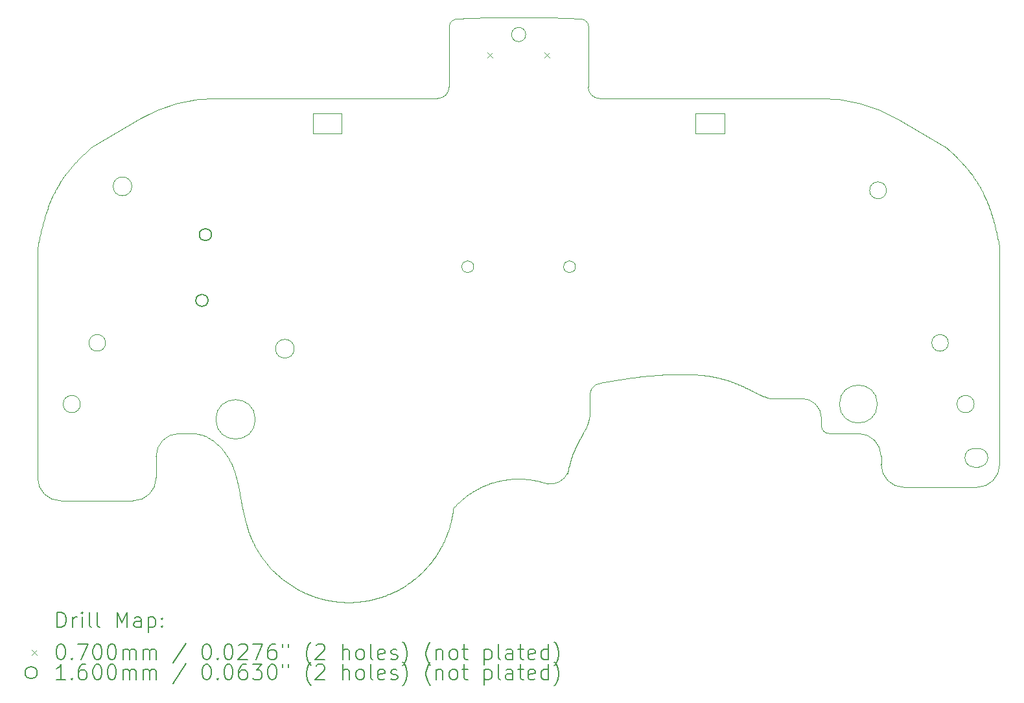
<source format=gbr>
%TF.GenerationSoftware,KiCad,Pcbnew,7.0.6*%
%TF.CreationDate,2024-03-06T23:42:58-08:00*%
%TF.ProjectId,UGC_Main,5547435f-4d61-4696-9e2e-6b696361645f,rev?*%
%TF.SameCoordinates,Original*%
%TF.FileFunction,Drillmap*%
%TF.FilePolarity,Positive*%
%FSLAX45Y45*%
G04 Gerber Fmt 4.5, Leading zero omitted, Abs format (unit mm)*
G04 Created by KiCad (PCBNEW 7.0.6) date 2024-03-06 23:42:58*
%MOMM*%
%LPD*%
G01*
G04 APERTURE LIST*
%ADD10C,0.100000*%
%ADD11C,0.200000*%
%ADD12C,0.070000*%
%ADD13C,0.160000*%
G04 APERTURE END LIST*
D10*
X21261248Y-11648440D02*
G75*
G03*
X21261248Y-11648440I-77883J0D01*
G01*
X21098524Y-8405855D02*
X21088302Y-8406441D01*
X21078113Y-8407038D01*
X21067954Y-8407645D01*
X21057826Y-8408262D01*
X21047726Y-8408890D01*
X21037655Y-8409529D01*
X21033635Y-8409788D01*
X22845042Y-13194165D02*
X22836143Y-13200574D01*
X22827754Y-13207601D01*
X22819906Y-13215214D01*
X22812631Y-13223383D01*
X22805959Y-13232075D01*
X22803874Y-13235083D01*
X27832187Y-14531647D02*
G75*
G03*
X28132187Y-14231648I3J299997D01*
G01*
X26584112Y-14231648D02*
G75*
G03*
X26884115Y-14531648I299998J-2D01*
G01*
X22225140Y-14484922D02*
G75*
G03*
X22486870Y-14347809I36661J248382D01*
G01*
X20947567Y-8471615D02*
X20952276Y-8461721D01*
X20958025Y-8452422D01*
X20964759Y-8443801D01*
X20968907Y-8439335D01*
X20998554Y-8418610D02*
X21008069Y-8414842D01*
X21017900Y-8412071D01*
X21027968Y-8410316D01*
X21033635Y-8409788D01*
X21940866Y-8613913D02*
G75*
G03*
X21940866Y-8613913I-92500J0D01*
G01*
X21848366Y-8388913D02*
X21859937Y-8388915D01*
X21871514Y-8388921D01*
X21883097Y-8388932D01*
X21894686Y-8388948D01*
X21906279Y-8388969D01*
X21917876Y-8388995D01*
X21929478Y-8389026D01*
X21941083Y-8389062D01*
X21952691Y-8389105D01*
X21964302Y-8389153D01*
X21975915Y-8389207D01*
X21987530Y-8389267D01*
X21999146Y-8389333D01*
X22010763Y-8389406D01*
X22022381Y-8389485D01*
X22033998Y-8389572D01*
X22045616Y-8389665D01*
X22057232Y-8389766D01*
X22068847Y-8389874D01*
X22080461Y-8389989D01*
X22092072Y-8390112D01*
X22103681Y-8390243D01*
X22115287Y-8390382D01*
X22126890Y-8390530D01*
X22138489Y-8390685D01*
X22150083Y-8390850D01*
X22161673Y-8391023D01*
X22173258Y-8391205D01*
X22184837Y-8391396D01*
X22196410Y-8391596D01*
X22207977Y-8391806D01*
X22219537Y-8392025D01*
X22756652Y-9299719D02*
X22756652Y-8509580D01*
X25794167Y-9449719D02*
X22906652Y-9449719D01*
X22591248Y-11648440D02*
G75*
G03*
X22591248Y-11648440I-77883J0D01*
G01*
X27769833Y-10447238D02*
X27777993Y-10458349D01*
X27785956Y-10469376D01*
X27793727Y-10480317D01*
X27801308Y-10491172D01*
X27808704Y-10501941D01*
X27815917Y-10512623D01*
X27822952Y-10523218D01*
X27829810Y-10533726D01*
X27836496Y-10544146D01*
X27843014Y-10554478D01*
X27849365Y-10564721D01*
X27855555Y-10574875D01*
X27861586Y-10584940D01*
X27867461Y-10594916D01*
X27873184Y-10604801D01*
X27878759Y-10614595D01*
X27884188Y-10624299D01*
X27889475Y-10633911D01*
X27894624Y-10643432D01*
X27899637Y-10652861D01*
X27904519Y-10662197D01*
X27909272Y-10671440D01*
X27913900Y-10680590D01*
X27918406Y-10689647D01*
X27927068Y-10707478D01*
X27935283Y-10724930D01*
X27943078Y-10741999D01*
X27950482Y-10758684D01*
X22803874Y-13235083D02*
X22797990Y-13244540D01*
X22792831Y-13254393D01*
X22788416Y-13264601D01*
X22784765Y-13275123D01*
X18117974Y-14270062D02*
X18111444Y-14255918D01*
X18105412Y-14242943D01*
X18099842Y-14231059D01*
X18094701Y-14220190D01*
X18089953Y-14210258D01*
X18085563Y-14201187D01*
X18079575Y-14189026D01*
X18074196Y-14178369D01*
X18069310Y-14168955D01*
X18063357Y-14157889D01*
X18057791Y-14147957D01*
X18053702Y-14140882D01*
X17757521Y-13862785D02*
X17745468Y-13858450D01*
X17734335Y-13854522D01*
X17723992Y-13850975D01*
X17714310Y-13847781D01*
X17700744Y-13843593D01*
X17687939Y-13840047D01*
X17675461Y-13837051D01*
X17662873Y-13834512D01*
X17649740Y-13832338D01*
X17635626Y-13830439D01*
X17625457Y-13829279D01*
X17614530Y-13828172D01*
X17602715Y-13827092D01*
X18269939Y-14927362D02*
X18272053Y-14937535D01*
X18274275Y-14947829D01*
X18276609Y-14958244D01*
X18279059Y-14968782D01*
X15864545Y-14706648D02*
X16812616Y-14706648D01*
X27798366Y-14023117D02*
G75*
G03*
X27798366Y-14263763I4J-120323D01*
G01*
X22690430Y-13821595D02*
X22695724Y-13812956D01*
X22701072Y-13804352D01*
X22701790Y-13803207D01*
X21874684Y-14420600D02*
X21864110Y-14420403D01*
X21853540Y-14420305D01*
X21848662Y-14420294D01*
X27798366Y-14023117D02*
X27858366Y-14023117D01*
X27411957Y-10073169D02*
X26791686Y-9716238D01*
X20790080Y-9449719D02*
X17902564Y-9449719D01*
X18359247Y-15207265D02*
X18363829Y-15217528D01*
X18368493Y-15227752D01*
X18373240Y-15237937D01*
X18378069Y-15248082D01*
X18382980Y-15258188D01*
X18387973Y-15268253D01*
X18393047Y-15278278D01*
X18398203Y-15288262D01*
X18403440Y-15298204D01*
X18408758Y-15308104D01*
X18412348Y-15314681D01*
X20790080Y-9449720D02*
G75*
G03*
X20940080Y-9299719I0J150000D01*
G01*
X19158366Y-9903440D02*
X19158366Y-9643440D01*
X25164110Y-13370061D02*
X25546418Y-13370061D01*
X21435098Y-14496662D02*
X21422898Y-14501471D01*
X21410760Y-14506420D01*
X21398686Y-14511507D01*
X21386677Y-14516731D01*
X21374733Y-14522091D01*
X21362857Y-14527588D01*
X21351049Y-14533220D01*
X21339310Y-14538987D01*
X21327642Y-14544887D01*
X21316045Y-14550921D01*
X21304521Y-14557088D01*
X21293071Y-14563386D01*
X21281696Y-14569815D01*
X21270397Y-14576375D01*
X21259175Y-14583065D01*
X21248031Y-14589884D01*
X21236967Y-14596831D01*
X21225983Y-14603906D01*
X21215081Y-14611108D01*
X21204262Y-14618436D01*
X21193526Y-14625890D01*
X21182876Y-14633469D01*
X21172312Y-14641172D01*
X21161835Y-14648998D01*
X21151447Y-14656948D01*
X21141148Y-14665020D01*
X21130940Y-14673213D01*
X21120823Y-14681527D01*
X21110800Y-14689961D01*
X21100870Y-14698515D01*
X21091036Y-14707188D01*
X21081298Y-14715978D01*
X27858366Y-14263763D02*
X27798366Y-14263763D01*
X18219411Y-14694504D02*
X18216639Y-14678878D01*
X18214092Y-14664527D01*
X18211756Y-14651365D01*
X18209614Y-14639309D01*
X18207653Y-14628274D01*
X18205856Y-14618173D01*
X18203436Y-14604591D01*
X18201301Y-14592636D01*
X18199399Y-14582021D01*
X18197136Y-14569460D01*
X18195074Y-14558095D01*
X18193586Y-14549947D01*
X26791687Y-9716237D02*
G75*
G03*
X25794167Y-9449719I-997517J-1733483D01*
G01*
X21848662Y-14420294D02*
X21835412Y-14420312D01*
X21822169Y-14420485D01*
X21808936Y-14420813D01*
X21795713Y-14421296D01*
X21782503Y-14421933D01*
X21769305Y-14422725D01*
X21756121Y-14423670D01*
X21742954Y-14424769D01*
X21729803Y-14426022D01*
X21716671Y-14427427D01*
X21703559Y-14428986D01*
X21690468Y-14430697D01*
X21677399Y-14432561D01*
X21664353Y-14434578D01*
X21651333Y-14436746D01*
X21638339Y-14439067D01*
X21625373Y-14441539D01*
X21612436Y-14444162D01*
X21599529Y-14446937D01*
X21586654Y-14449862D01*
X21573811Y-14452939D01*
X21561003Y-14456166D01*
X21548231Y-14459543D01*
X21535495Y-14463070D01*
X21522798Y-14466747D01*
X21510140Y-14470573D01*
X21497523Y-14474549D01*
X21484949Y-14478674D01*
X21472417Y-14482948D01*
X21459931Y-14487371D01*
X21447491Y-14491942D01*
X21435098Y-14496662D01*
X23739972Y-13059629D02*
X23763020Y-13058337D01*
X23786100Y-13057155D01*
X23809207Y-13056088D01*
X23832332Y-13055142D01*
X23855469Y-13054322D01*
X23878611Y-13053633D01*
X23901750Y-13053082D01*
X23924879Y-13052672D01*
X23947992Y-13052411D01*
X23971081Y-13052302D01*
X23994138Y-13052352D01*
X24017158Y-13052566D01*
X24040132Y-13052950D01*
X24063054Y-13053508D01*
X24085916Y-13054247D01*
X24108712Y-13055171D01*
X24131433Y-13056286D01*
X24154074Y-13057598D01*
X24176627Y-13059112D01*
X24199085Y-13060833D01*
X24221440Y-13062766D01*
X24243686Y-13064918D01*
X24265816Y-13067294D01*
X24287821Y-13069898D01*
X24309696Y-13072737D01*
X24331434Y-13075816D01*
X24353026Y-13079140D01*
X24374465Y-13082714D01*
X24395746Y-13086545D01*
X24416860Y-13090637D01*
X24437801Y-13094997D01*
X24458561Y-13099628D01*
X19509600Y-16028754D02*
X19526216Y-16030050D01*
X19542837Y-16031144D01*
X19559462Y-16032037D01*
X19576088Y-16032728D01*
X19592714Y-16033218D01*
X19609337Y-16033508D01*
X19625957Y-16033596D01*
X19642571Y-16033485D01*
X19659177Y-16033173D01*
X19675774Y-16032660D01*
X19692360Y-16031948D01*
X19708933Y-16031037D01*
X19725491Y-16029926D01*
X19742032Y-16028615D01*
X19758556Y-16027106D01*
X19775059Y-16025397D01*
X19791541Y-16023490D01*
X19807998Y-16021384D01*
X19824430Y-16019080D01*
X19840835Y-16016578D01*
X19857211Y-16013878D01*
X19873556Y-16010981D01*
X19889868Y-16007886D01*
X19906146Y-16004593D01*
X19922388Y-16001104D01*
X19938591Y-15997417D01*
X19954755Y-15993534D01*
X19970877Y-15989455D01*
X19986955Y-15985179D01*
X20002989Y-15980707D01*
X20018975Y-15976039D01*
X20034912Y-15971175D01*
X21081298Y-14715978D02*
X21073796Y-14722892D01*
X21066360Y-14729870D01*
X21058990Y-14736912D01*
X21051686Y-14744018D01*
X21044450Y-14751187D01*
X21037281Y-14758418D01*
X21030180Y-14765711D01*
X21023146Y-14773066D01*
X22778204Y-13537548D02*
X22778031Y-13550691D01*
X22777513Y-13563815D01*
X22776651Y-13576913D01*
X22775447Y-13589979D01*
X22773900Y-13603006D01*
X22772012Y-13615987D01*
X22769784Y-13628916D01*
X22767217Y-13641785D01*
X22764312Y-13654589D01*
X22761069Y-13667320D01*
X22758721Y-13675763D01*
X17112616Y-14406648D02*
X17112616Y-14127092D01*
X22219537Y-8392025D02*
X22231398Y-8392261D01*
X22243258Y-8392507D01*
X22255117Y-8392764D01*
X22266976Y-8393031D01*
X22278834Y-8393311D01*
X22290690Y-8393601D01*
X22302546Y-8393903D01*
X22314400Y-8394217D01*
X22326253Y-8394543D01*
X22338104Y-8394882D01*
X22349954Y-8395233D01*
X22361801Y-8395596D01*
X22373647Y-8395973D01*
X22385491Y-8396362D01*
X22397333Y-8396765D01*
X22409173Y-8397182D01*
X22421010Y-8397612D01*
X22432845Y-8398056D01*
X22444677Y-8398514D01*
X22456506Y-8398987D01*
X22468333Y-8399474D01*
X22480157Y-8399976D01*
X22491978Y-8400493D01*
X22503795Y-8401025D01*
X22515609Y-8401573D01*
X22527420Y-8402136D01*
X22539228Y-8402715D01*
X22551031Y-8403310D01*
X22562831Y-8403921D01*
X22574627Y-8404549D01*
X22586419Y-8405193D01*
X22598207Y-8405855D01*
X22898663Y-13171939D02*
X22923786Y-13166937D01*
X22949000Y-13162009D01*
X22974303Y-13157157D01*
X22999694Y-13152382D01*
X23025170Y-13147688D01*
X23050731Y-13143076D01*
X23076375Y-13138549D01*
X23102100Y-13134109D01*
X23127905Y-13129758D01*
X23153788Y-13125499D01*
X23179748Y-13121334D01*
X23205784Y-13117265D01*
X23231893Y-13113295D01*
X23258074Y-13109426D01*
X23284327Y-13105659D01*
X23310648Y-13101999D01*
X23337038Y-13098445D01*
X23363493Y-13095002D01*
X23390013Y-13091671D01*
X23416597Y-13088455D01*
X23443242Y-13085355D01*
X23469947Y-13082375D01*
X23496711Y-13079516D01*
X23523532Y-13076781D01*
X23550408Y-13074172D01*
X23577339Y-13071691D01*
X23604322Y-13069341D01*
X23631356Y-13067123D01*
X23658440Y-13065041D01*
X23685571Y-13063096D01*
X23712749Y-13061291D01*
X23739972Y-13059629D01*
X17902564Y-9449720D02*
G75*
G03*
X16905045Y-9716238I-4J-1999990D01*
G01*
X25803918Y-13727092D02*
G75*
G03*
X25903918Y-13827092I100002J2D01*
G01*
X18407813Y-13642561D02*
G75*
G03*
X18407813Y-13642561I-257500J0D01*
G01*
X17412616Y-13827092D02*
X17602715Y-13827092D01*
X18053702Y-14140882D02*
X18044899Y-14128103D01*
X18036782Y-14116391D01*
X18029303Y-14105676D01*
X18022415Y-14095889D01*
X18016071Y-14086960D01*
X18010224Y-14078819D01*
X18002282Y-14067932D01*
X17995194Y-14058427D01*
X17988799Y-14050068D01*
X17981078Y-14040300D01*
X17973930Y-14031593D01*
X17968719Y-14025425D01*
X22225140Y-14484921D02*
X22214573Y-14481244D01*
X22203973Y-14477673D01*
X22193341Y-14474208D01*
X22182678Y-14470849D01*
X22171985Y-14467597D01*
X22161262Y-14464451D01*
X22150510Y-14461412D01*
X22139730Y-14458479D01*
X22128923Y-14455654D01*
X22118089Y-14452935D01*
X22107230Y-14450324D01*
X22096346Y-14447821D01*
X22085438Y-14445425D01*
X22074507Y-14443138D01*
X22063553Y-14440958D01*
X22052578Y-14438886D01*
X22041582Y-14436923D01*
X22030566Y-14435069D01*
X22019530Y-14433323D01*
X22008477Y-14431686D01*
X21997405Y-14430158D01*
X21986317Y-14428739D01*
X21975213Y-14427430D01*
X21964093Y-14426230D01*
X21952959Y-14425141D01*
X21941812Y-14424161D01*
X21930651Y-14423291D01*
X21919479Y-14422531D01*
X21908295Y-14421882D01*
X21897101Y-14421344D01*
X21885897Y-14420916D01*
X21874684Y-14420600D01*
X22486871Y-14347809D02*
X22490396Y-14330438D01*
X22494109Y-14313106D01*
X22498009Y-14295815D01*
X22502095Y-14278567D01*
X22506368Y-14261365D01*
X22510826Y-14244209D01*
X22515470Y-14227104D01*
X22520298Y-14210050D01*
X22525310Y-14193049D01*
X22530506Y-14176104D01*
X22535886Y-14159217D01*
X22541449Y-14142389D01*
X22547194Y-14125624D01*
X22553121Y-14108922D01*
X22559230Y-14092287D01*
X22565520Y-14075719D01*
X22571990Y-14059222D01*
X22578641Y-14042797D01*
X22585472Y-14026446D01*
X22592482Y-14010172D01*
X22599671Y-13993976D01*
X22607039Y-13977861D01*
X22614584Y-13961828D01*
X22622307Y-13945880D01*
X22630207Y-13930019D01*
X22638284Y-13914247D01*
X22646537Y-13898565D01*
X22654966Y-13882977D01*
X22663570Y-13867483D01*
X22672349Y-13852087D01*
X22681303Y-13836790D01*
X22690430Y-13821595D01*
X17412616Y-13827096D02*
G75*
G03*
X17112616Y-14127092I-6J-299994D01*
G01*
X22598207Y-8405855D02*
X22608429Y-8406441D01*
X22618619Y-8407038D01*
X22628777Y-8407645D01*
X22638906Y-8408262D01*
X22649005Y-8408890D01*
X22659076Y-8409529D01*
X22663097Y-8409788D01*
X15564545Y-11397080D02*
X15564545Y-14406648D01*
X24897780Y-13271849D02*
X24908160Y-13277132D01*
X24918405Y-13282320D01*
X24928516Y-13287407D01*
X24938493Y-13292390D01*
X24948335Y-13297263D01*
X24958044Y-13302022D01*
X24967619Y-13306661D01*
X24977061Y-13311177D01*
X24986369Y-13315564D01*
X24995545Y-13319817D01*
X25013497Y-13327905D01*
X25030919Y-13335403D01*
X25047813Y-13342273D01*
X25064179Y-13348476D01*
X25080020Y-13353975D01*
X25095336Y-13358732D01*
X25110130Y-13362710D01*
X25124403Y-13365869D01*
X25138156Y-13368173D01*
X25151391Y-13369583D01*
X25164110Y-13370061D01*
X15564545Y-11397080D02*
X15570092Y-11369428D01*
X15575662Y-11342160D01*
X15581263Y-11315269D01*
X15586902Y-11288748D01*
X15592586Y-11262589D01*
X15598323Y-11236786D01*
X15604120Y-11211331D01*
X15609984Y-11186216D01*
X15615922Y-11161435D01*
X15621942Y-11136980D01*
X15628051Y-11112845D01*
X15634256Y-11089021D01*
X15640565Y-11065502D01*
X15646985Y-11042280D01*
X15653523Y-11019349D01*
X15660186Y-10996700D01*
X15666982Y-10974327D01*
X15673918Y-10952222D01*
X15681002Y-10930379D01*
X15688240Y-10908790D01*
X15695640Y-10887447D01*
X15703209Y-10866344D01*
X15710955Y-10845473D01*
X15718884Y-10824827D01*
X15727004Y-10804399D01*
X15735323Y-10784181D01*
X15743848Y-10764167D01*
X15752585Y-10744348D01*
X15761542Y-10724719D01*
X15770727Y-10705271D01*
X15780147Y-10685998D01*
X15789809Y-10666892D01*
X20990026Y-14842116D02*
X20991388Y-14832153D01*
X20992751Y-14822189D01*
X20994113Y-14812225D01*
X20995476Y-14802262D01*
X22898663Y-13171939D02*
X22887997Y-13174490D01*
X22877568Y-13177806D01*
X22867417Y-13181870D01*
X22857586Y-13186664D01*
X22848113Y-13192173D01*
X22845042Y-13194165D01*
X16451966Y-12643440D02*
G75*
G03*
X16451966Y-12643440I-108600J0D01*
G01*
X17867504Y-13930354D02*
X17855728Y-13922476D01*
X17844902Y-13915288D01*
X17834963Y-13908746D01*
X17825847Y-13902808D01*
X17813577Y-13894937D01*
X17802803Y-13888180D01*
X17793308Y-13882388D01*
X17782268Y-13875915D01*
X17772614Y-13870551D01*
X17761718Y-13864875D01*
X17757521Y-13862785D01*
X22758721Y-13675763D02*
X22754921Y-13688346D01*
X22750796Y-13700816D01*
X22746347Y-13713165D01*
X22741578Y-13725389D01*
X22736490Y-13737481D01*
X22731087Y-13749435D01*
X22725372Y-13761244D01*
X22719348Y-13772902D01*
X22713016Y-13784403D01*
X22706381Y-13795742D01*
X22701790Y-13803207D01*
X20510027Y-15711577D02*
X20522986Y-15700573D01*
X20535801Y-15689416D01*
X20548471Y-15678108D01*
X20560994Y-15666651D01*
X20573370Y-15655045D01*
X20585597Y-15643293D01*
X20597674Y-15631395D01*
X20609600Y-15619354D01*
X20621373Y-15607171D01*
X20632993Y-15594848D01*
X20644458Y-15582385D01*
X20655767Y-15569785D01*
X20666918Y-15557048D01*
X20677911Y-15544178D01*
X20688745Y-15531174D01*
X20699417Y-15518039D01*
X20709928Y-15504773D01*
X20720275Y-15491379D01*
X20730458Y-15477859D01*
X20740475Y-15464212D01*
X20750325Y-15450442D01*
X20760007Y-15436549D01*
X20769520Y-15422535D01*
X20778862Y-15408402D01*
X20788032Y-15394151D01*
X20797030Y-15379784D01*
X20805853Y-15365301D01*
X20814502Y-15350705D01*
X20822973Y-15335997D01*
X20831267Y-15321179D01*
X20839382Y-15306252D01*
X20847317Y-15291217D01*
X27411957Y-10073169D02*
X27424224Y-10083546D01*
X27436451Y-10094017D01*
X27448636Y-10104578D01*
X27460775Y-10115231D01*
X27472866Y-10125973D01*
X27484905Y-10136804D01*
X27496889Y-10147724D01*
X27508815Y-10158732D01*
X27520681Y-10169827D01*
X27532482Y-10181008D01*
X27544217Y-10192274D01*
X27555882Y-10203625D01*
X27567474Y-10215059D01*
X27578990Y-10226577D01*
X27590427Y-10238177D01*
X27601782Y-10249859D01*
X27613052Y-10261621D01*
X27624233Y-10273464D01*
X27635324Y-10285386D01*
X27646321Y-10297386D01*
X27657220Y-10309464D01*
X27668019Y-10321619D01*
X27678715Y-10333851D01*
X27689305Y-10346158D01*
X27699785Y-10358539D01*
X27710153Y-10370995D01*
X27720406Y-10383523D01*
X27730540Y-10396124D01*
X27740553Y-10408797D01*
X27750442Y-10421541D01*
X27760203Y-10434355D01*
X27769833Y-10447238D01*
X19020879Y-15894144D02*
X19035277Y-15901058D01*
X19049747Y-15907802D01*
X19064286Y-15914375D01*
X19078895Y-15920777D01*
X19093570Y-15927008D01*
X19108311Y-15933066D01*
X19123115Y-15938952D01*
X19137982Y-15944665D01*
X19152910Y-15950205D01*
X19167898Y-15955571D01*
X19182943Y-15960762D01*
X19198045Y-15965779D01*
X19213202Y-15970621D01*
X19228412Y-15975287D01*
X19243674Y-15979777D01*
X19258986Y-15984091D01*
X19274347Y-15988228D01*
X19289755Y-15992187D01*
X19305210Y-15995969D01*
X19320708Y-15999572D01*
X19336250Y-16002997D01*
X19351833Y-16006243D01*
X19367455Y-16009309D01*
X19383116Y-16012196D01*
X19398814Y-16014902D01*
X19414547Y-16017427D01*
X19430313Y-16019770D01*
X19446112Y-16021932D01*
X19461942Y-16023912D01*
X19477800Y-16025710D01*
X19493687Y-16027324D01*
X19509600Y-16028754D01*
X16795206Y-10597780D02*
G75*
G03*
X16795206Y-10597780I-122500J0D01*
G01*
X18248300Y-14839945D02*
X18245057Y-14824242D01*
X18242089Y-14809818D01*
X18239379Y-14796589D01*
X18236908Y-14784469D01*
X18234659Y-14773373D01*
X18232613Y-14763215D01*
X18229888Y-14749552D01*
X18227519Y-14737521D01*
X18225448Y-14726835D01*
X18223042Y-14714180D01*
X18220913Y-14702722D01*
X18219411Y-14694504D01*
X24458561Y-13099628D02*
X24474564Y-13103430D01*
X24490430Y-13107411D01*
X24506157Y-13111565D01*
X24521744Y-13115882D01*
X24537191Y-13120357D01*
X24552496Y-13124979D01*
X24567659Y-13129743D01*
X24582678Y-13134640D01*
X24597553Y-13139662D01*
X24612283Y-13144802D01*
X24626867Y-13150051D01*
X24641304Y-13155403D01*
X24655593Y-13160848D01*
X24669733Y-13166380D01*
X24683724Y-13171991D01*
X24697564Y-13177672D01*
X24711252Y-13183417D01*
X24724788Y-13189216D01*
X24738171Y-13195063D01*
X24751399Y-13200950D01*
X24764472Y-13206869D01*
X24777390Y-13212811D01*
X24790150Y-13218770D01*
X24802752Y-13224738D01*
X24815196Y-13230706D01*
X24827480Y-13236667D01*
X24839604Y-13242613D01*
X24851565Y-13248537D01*
X24863365Y-13254430D01*
X24875001Y-13260285D01*
X24886473Y-13266094D01*
X24897780Y-13271849D01*
X18279059Y-14968782D02*
X18282765Y-14984053D01*
X18286648Y-14999282D01*
X18290707Y-15014467D01*
X18294941Y-15029607D01*
X18299349Y-15044700D01*
X18303932Y-15059746D01*
X18308689Y-15074742D01*
X18313620Y-15089687D01*
X18318723Y-15104581D01*
X18323998Y-15119421D01*
X18329446Y-15134207D01*
X18335065Y-15148936D01*
X18340855Y-15163608D01*
X18346816Y-15178221D01*
X18352947Y-15192774D01*
X18359247Y-15207265D01*
X24158366Y-9903440D02*
X24158366Y-9643440D01*
X20859124Y-15267973D02*
X20865185Y-15255600D01*
X20871120Y-15243172D01*
X20876929Y-15230690D01*
X20882611Y-15218155D01*
X20888166Y-15205567D01*
X20893593Y-15192928D01*
X20898893Y-15180238D01*
X20904065Y-15167500D01*
X20909108Y-15154712D01*
X20914023Y-15141878D01*
X20918809Y-15128996D01*
X20923466Y-15116070D01*
X20927993Y-15103099D01*
X20932390Y-15090084D01*
X20936658Y-15077027D01*
X20940794Y-15063928D01*
X20944800Y-15050788D01*
X20948676Y-15037610D01*
X20952419Y-15024392D01*
X20956031Y-15011137D01*
X20959511Y-14997845D01*
X20962859Y-14984517D01*
X20966075Y-14971155D01*
X20969157Y-14957759D01*
X20972106Y-14944330D01*
X20974922Y-14930870D01*
X20977604Y-14917378D01*
X20980152Y-14903857D01*
X20982565Y-14890307D01*
X20984844Y-14876730D01*
X20986988Y-14863125D01*
X20988997Y-14849494D01*
X25803918Y-13627561D02*
X25803918Y-13727092D01*
X27799073Y-13442726D02*
G75*
G03*
X27799073Y-13442726I-112500J0D01*
G01*
X26584115Y-14127092D02*
X26584115Y-14231648D01*
X25903918Y-13827092D02*
X26284115Y-13827092D01*
X26884115Y-14531648D02*
X27832187Y-14531648D01*
X18412348Y-15314681D02*
X18417908Y-15324684D01*
X18423551Y-15334643D01*
X18429277Y-15344556D01*
X18435085Y-15354424D01*
X18440975Y-15364246D01*
X18446947Y-15374021D01*
X18453000Y-15383749D01*
X18459135Y-15393429D01*
X18465352Y-15403062D01*
X18471649Y-15412646D01*
X18478028Y-15422180D01*
X18484486Y-15431666D01*
X18491026Y-15441101D01*
X18497645Y-15450485D01*
X18504345Y-15459818D01*
X18511124Y-15469100D01*
X18517983Y-15478330D01*
X18524921Y-15487507D01*
X18531938Y-15496630D01*
X18539034Y-15505701D01*
X18546209Y-15514717D01*
X18553462Y-15523678D01*
X18560794Y-15532585D01*
X18568203Y-15541435D01*
X18575691Y-15550230D01*
X18583256Y-15558968D01*
X18590898Y-15567649D01*
X18598618Y-15576272D01*
X18606415Y-15584837D01*
X18614288Y-15593344D01*
X18622238Y-15601791D01*
X18630264Y-15610179D01*
X16122659Y-13442726D02*
G75*
G03*
X16122659Y-13442726I-112500J0D01*
G01*
X18162574Y-14407659D02*
X18158089Y-14392692D01*
X18153943Y-14378953D01*
X18150111Y-14366362D01*
X18146569Y-14354836D01*
X18143294Y-14344296D01*
X18140261Y-14334658D01*
X18136114Y-14321717D01*
X18132377Y-14310351D01*
X18128969Y-14300285D01*
X18124796Y-14288411D01*
X18120871Y-14277710D01*
X18117974Y-14270062D01*
X18916526Y-12719100D02*
G75*
G03*
X18916526Y-12719100I-122500J0D01*
G01*
X20940080Y-8509580D02*
X20940080Y-9299719D01*
X21023146Y-14773066D02*
X21016229Y-14780365D01*
X21009311Y-14787664D01*
X21002393Y-14794963D01*
X20995476Y-14802262D01*
X27950482Y-10758684D02*
X27957443Y-10774807D01*
X27964276Y-10791069D01*
X27970984Y-10807479D01*
X27977574Y-10824048D01*
X27984048Y-10840788D01*
X27990412Y-10857709D01*
X27996670Y-10874823D01*
X28002828Y-10892139D01*
X28008888Y-10909670D01*
X28014857Y-10927425D01*
X28020739Y-10945416D01*
X28026537Y-10963655D01*
X28032258Y-10982151D01*
X28037904Y-11000915D01*
X28043482Y-11019960D01*
X28048995Y-11039294D01*
X28054449Y-11058931D01*
X28059847Y-11078879D01*
X28065195Y-11099151D01*
X28070496Y-11119757D01*
X28075756Y-11140709D01*
X28080979Y-11162016D01*
X28086170Y-11183691D01*
X28091332Y-11205743D01*
X28096472Y-11228185D01*
X28101593Y-11251026D01*
X28106700Y-11274277D01*
X28111798Y-11297951D01*
X28116891Y-11322057D01*
X28121984Y-11346607D01*
X28127081Y-11371611D01*
X28132187Y-11397080D01*
X24538366Y-9643440D02*
X24538366Y-9903440D01*
X28132187Y-14231648D02*
X28132187Y-11397080D01*
X22756651Y-9299719D02*
G75*
G03*
X22906652Y-9449719I149999J-1D01*
G01*
X25803918Y-13627561D02*
G75*
G03*
X25546418Y-13370061I-257499J2D01*
G01*
X20940080Y-8509580D02*
X20940680Y-8498639D01*
X20942468Y-8487854D01*
X20945426Y-8477321D01*
X20947567Y-8471615D01*
X15789809Y-10666892D02*
X15795602Y-10655742D01*
X15801848Y-10643968D01*
X15808564Y-10631585D01*
X15815768Y-10618608D01*
X15823477Y-10605051D01*
X15831707Y-10590928D01*
X15840476Y-10576255D01*
X15849800Y-10561046D01*
X15859698Y-10545315D01*
X15870185Y-10529077D01*
X15881280Y-10512347D01*
X15892999Y-10495139D01*
X15905359Y-10477469D01*
X15918377Y-10459350D01*
X15932071Y-10440797D01*
X15946457Y-10421824D01*
X15961553Y-10402447D01*
X15977376Y-10382680D01*
X15993943Y-10362538D01*
X16011270Y-10342035D01*
X16029376Y-10321185D01*
X16048276Y-10300004D01*
X16067989Y-10278506D01*
X16088532Y-10256706D01*
X16109920Y-10234618D01*
X16132172Y-10212256D01*
X16155305Y-10189636D01*
X16179335Y-10166772D01*
X16204280Y-10143679D01*
X16230157Y-10120371D01*
X16256983Y-10096862D01*
X16284775Y-10073169D01*
X16905045Y-9716238D02*
X16284775Y-10073169D01*
X19538366Y-9643440D02*
X19538366Y-9903440D01*
X22750109Y-8474004D02*
X22753256Y-8483742D01*
X22755388Y-8493731D01*
X22756490Y-8503891D01*
X22756652Y-8509580D01*
X16812616Y-14706646D02*
G75*
G03*
X17112616Y-14406648I4J299996D01*
G01*
X19538366Y-9903440D02*
X19158366Y-9903440D01*
X18269939Y-14927362D02*
X18267068Y-14916432D01*
X18264245Y-14905503D01*
X18261469Y-14894575D01*
X18258740Y-14883647D01*
X18256059Y-14872721D01*
X18253426Y-14861795D01*
X18250839Y-14850870D01*
X18248300Y-14839945D01*
X22778204Y-13537548D02*
X22778204Y-13319001D01*
X24158366Y-9643440D02*
X24538366Y-9643440D01*
X22731338Y-8443082D02*
X22737743Y-8451064D01*
X22743289Y-8459641D01*
X22747934Y-8468744D01*
X22750109Y-8474004D01*
X24538366Y-9903440D02*
X24158366Y-9903440D01*
X22700500Y-8419706D02*
X22710070Y-8425043D01*
X22718979Y-8431380D01*
X22727148Y-8438656D01*
X22731338Y-8443082D01*
X15564542Y-14406648D02*
G75*
G03*
X15864545Y-14706648I300008J8D01*
G01*
X20988997Y-14849494D02*
X20990026Y-14842116D01*
X21848366Y-8388913D02*
X21836794Y-8388915D01*
X21825217Y-8388921D01*
X21813634Y-8388932D01*
X21802046Y-8388948D01*
X21790453Y-8388969D01*
X21778855Y-8388995D01*
X21767254Y-8389026D01*
X21755649Y-8389062D01*
X21744040Y-8389105D01*
X21732430Y-8389153D01*
X21720817Y-8389207D01*
X21709202Y-8389267D01*
X21697586Y-8389333D01*
X21685968Y-8389406D01*
X21674351Y-8389485D01*
X21662733Y-8389572D01*
X21651116Y-8389665D01*
X21639499Y-8389766D01*
X21627884Y-8389874D01*
X21616270Y-8389989D01*
X21604659Y-8390112D01*
X21593050Y-8390243D01*
X21581444Y-8390382D01*
X21569841Y-8390530D01*
X21558243Y-8390685D01*
X21546648Y-8390850D01*
X21535058Y-8391023D01*
X21523473Y-8391205D01*
X21511894Y-8391396D01*
X21500321Y-8391596D01*
X21488754Y-8391806D01*
X21477195Y-8392025D01*
X26534073Y-13442726D02*
G75*
G03*
X26534073Y-13442726I-247500J0D01*
G01*
X26653366Y-10649440D02*
G75*
G03*
X26653366Y-10649440I-110000J0D01*
G01*
X18193586Y-14549947D02*
X18190421Y-14534531D01*
X18187499Y-14520375D01*
X18184804Y-14507397D01*
X18182318Y-14495511D01*
X18180024Y-14484634D01*
X18177906Y-14474684D01*
X18175019Y-14461310D01*
X18172429Y-14449547D01*
X18170078Y-14439114D01*
X18167217Y-14426781D01*
X18164541Y-14415638D01*
X18162574Y-14407659D01*
X18630264Y-15610179D02*
X18640879Y-15621060D01*
X18651607Y-15631820D01*
X18662448Y-15642458D01*
X18673400Y-15652974D01*
X18684462Y-15663366D01*
X18695633Y-15673633D01*
X18706913Y-15683775D01*
X18718299Y-15693791D01*
X18729792Y-15703680D01*
X18741389Y-15713441D01*
X18753091Y-15723074D01*
X18764895Y-15732577D01*
X18776800Y-15741949D01*
X18788807Y-15751191D01*
X18800912Y-15760300D01*
X18813116Y-15769277D01*
X18825418Y-15778120D01*
X18837815Y-15786828D01*
X18850308Y-15795401D01*
X18862895Y-15803838D01*
X18875574Y-15812137D01*
X18888346Y-15820299D01*
X18901209Y-15828322D01*
X18914161Y-15836205D01*
X18927202Y-15843948D01*
X18940330Y-15851549D01*
X18953545Y-15859009D01*
X18966845Y-15866325D01*
X18980230Y-15873498D01*
X18993698Y-15880526D01*
X19007248Y-15887408D01*
X19020879Y-15894144D01*
X21477195Y-8392025D02*
X21465334Y-8392261D01*
X21453474Y-8392507D01*
X21441614Y-8392764D01*
X21429755Y-8393031D01*
X21417898Y-8393311D01*
X21406041Y-8393601D01*
X21394186Y-8393903D01*
X21382331Y-8394217D01*
X21370479Y-8394543D01*
X21358627Y-8394882D01*
X21346778Y-8395233D01*
X21334930Y-8395596D01*
X21323084Y-8395973D01*
X21311240Y-8396362D01*
X21299398Y-8396765D01*
X21287559Y-8397182D01*
X21275721Y-8397612D01*
X21263887Y-8398056D01*
X21252054Y-8398514D01*
X21240225Y-8398987D01*
X21228398Y-8399474D01*
X21216574Y-8399976D01*
X21204754Y-8400493D01*
X21192936Y-8401025D01*
X21181122Y-8401573D01*
X21169311Y-8402136D01*
X21157504Y-8402715D01*
X21145700Y-8403310D01*
X21133900Y-8403921D01*
X21122104Y-8404549D01*
X21110312Y-8405193D01*
X21098524Y-8405855D01*
X20034912Y-15971175D02*
X20051188Y-15965989D01*
X20067388Y-15960606D01*
X20083512Y-15955024D01*
X20099557Y-15949247D01*
X20115522Y-15943274D01*
X20131405Y-15937106D01*
X20147204Y-15930745D01*
X20162919Y-15924192D01*
X20178546Y-15917446D01*
X20194085Y-15910510D01*
X20209533Y-15903385D01*
X20224889Y-15896070D01*
X20240151Y-15888567D01*
X20255318Y-15880878D01*
X20270387Y-15873002D01*
X20285358Y-15864942D01*
X20300227Y-15856697D01*
X20314995Y-15848269D01*
X20329658Y-15839659D01*
X20344215Y-15830868D01*
X20358665Y-15821897D01*
X20373006Y-15812746D01*
X20387235Y-15803416D01*
X20401352Y-15793909D01*
X20415355Y-15784226D01*
X20429242Y-15774367D01*
X20443010Y-15764333D01*
X20456660Y-15754125D01*
X20470187Y-15743745D01*
X20483593Y-15733193D01*
X20496873Y-15722470D01*
X20510027Y-15711577D01*
X17968719Y-14025425D02*
X17958040Y-14014711D01*
X17948209Y-14004907D01*
X17939170Y-13995955D01*
X17930864Y-13987795D01*
X17923234Y-13980369D01*
X17912931Y-13970479D01*
X17903826Y-13961910D01*
X17895726Y-13954464D01*
X17886153Y-13945942D01*
X17877562Y-13938597D01*
X17869493Y-13931958D01*
X17867504Y-13930354D01*
X19158366Y-9643440D02*
X19538366Y-9643440D01*
X20847317Y-15291217D02*
X20852167Y-15281799D01*
X20856944Y-15272347D01*
X20859124Y-15267973D01*
X20968907Y-8439335D02*
X20976459Y-8432428D01*
X20984661Y-8426341D01*
X20993446Y-8421120D01*
X20998554Y-8418610D01*
X22663097Y-8409788D02*
X22673976Y-8411092D01*
X22684624Y-8413572D01*
X22694944Y-8417202D01*
X22700500Y-8419706D01*
X27858366Y-14263763D02*
G75*
G03*
X27858366Y-14023117I4J120323D01*
G01*
X26584118Y-14127092D02*
G75*
G03*
X26284115Y-13827092I-299998J2D01*
G01*
X27461966Y-12643440D02*
G75*
G03*
X27461966Y-12643440I-108600J0D01*
G01*
X22784765Y-13275123D02*
X22781904Y-13285887D01*
X22779853Y-13296818D01*
X22778617Y-13307872D01*
X22778204Y-13319001D01*
D11*
D12*
X21440864Y-8845440D02*
X21510864Y-8915440D01*
X21510864Y-8845440D02*
X21440864Y-8915440D01*
X22185864Y-8845440D02*
X22255864Y-8915440D01*
X22255864Y-8845440D02*
X22185864Y-8915440D01*
D13*
X17790862Y-12087851D02*
G75*
G03*
X17790862Y-12087851I-80000J0D01*
G01*
X17835871Y-11229029D02*
G75*
G03*
X17835871Y-11229029I-80000J0D01*
G01*
D11*
X15820321Y-16360136D02*
X15820321Y-16160136D01*
X15820321Y-16160136D02*
X15867940Y-16160136D01*
X15867940Y-16160136D02*
X15896512Y-16169660D01*
X15896512Y-16169660D02*
X15915560Y-16188707D01*
X15915560Y-16188707D02*
X15925083Y-16207755D01*
X15925083Y-16207755D02*
X15934607Y-16245850D01*
X15934607Y-16245850D02*
X15934607Y-16274421D01*
X15934607Y-16274421D02*
X15925083Y-16312517D01*
X15925083Y-16312517D02*
X15915560Y-16331564D01*
X15915560Y-16331564D02*
X15896512Y-16350612D01*
X15896512Y-16350612D02*
X15867940Y-16360136D01*
X15867940Y-16360136D02*
X15820321Y-16360136D01*
X16020321Y-16360136D02*
X16020321Y-16226802D01*
X16020321Y-16264898D02*
X16029845Y-16245850D01*
X16029845Y-16245850D02*
X16039369Y-16236326D01*
X16039369Y-16236326D02*
X16058417Y-16226802D01*
X16058417Y-16226802D02*
X16077464Y-16226802D01*
X16144131Y-16360136D02*
X16144131Y-16226802D01*
X16144131Y-16160136D02*
X16134607Y-16169660D01*
X16134607Y-16169660D02*
X16144131Y-16179183D01*
X16144131Y-16179183D02*
X16153655Y-16169660D01*
X16153655Y-16169660D02*
X16144131Y-16160136D01*
X16144131Y-16160136D02*
X16144131Y-16179183D01*
X16267940Y-16360136D02*
X16248893Y-16350612D01*
X16248893Y-16350612D02*
X16239369Y-16331564D01*
X16239369Y-16331564D02*
X16239369Y-16160136D01*
X16372702Y-16360136D02*
X16353655Y-16350612D01*
X16353655Y-16350612D02*
X16344131Y-16331564D01*
X16344131Y-16331564D02*
X16344131Y-16160136D01*
X16601274Y-16360136D02*
X16601274Y-16160136D01*
X16601274Y-16160136D02*
X16667941Y-16302993D01*
X16667941Y-16302993D02*
X16734607Y-16160136D01*
X16734607Y-16160136D02*
X16734607Y-16360136D01*
X16915560Y-16360136D02*
X16915560Y-16255374D01*
X16915560Y-16255374D02*
X16906036Y-16236326D01*
X16906036Y-16236326D02*
X16886988Y-16226802D01*
X16886988Y-16226802D02*
X16848893Y-16226802D01*
X16848893Y-16226802D02*
X16829845Y-16236326D01*
X16915560Y-16350612D02*
X16896512Y-16360136D01*
X16896512Y-16360136D02*
X16848893Y-16360136D01*
X16848893Y-16360136D02*
X16829845Y-16350612D01*
X16829845Y-16350612D02*
X16820322Y-16331564D01*
X16820322Y-16331564D02*
X16820322Y-16312517D01*
X16820322Y-16312517D02*
X16829845Y-16293469D01*
X16829845Y-16293469D02*
X16848893Y-16283945D01*
X16848893Y-16283945D02*
X16896512Y-16283945D01*
X16896512Y-16283945D02*
X16915560Y-16274421D01*
X17010798Y-16226802D02*
X17010798Y-16426802D01*
X17010798Y-16236326D02*
X17029845Y-16226802D01*
X17029845Y-16226802D02*
X17067941Y-16226802D01*
X17067941Y-16226802D02*
X17086988Y-16236326D01*
X17086988Y-16236326D02*
X17096512Y-16245850D01*
X17096512Y-16245850D02*
X17106036Y-16264898D01*
X17106036Y-16264898D02*
X17106036Y-16322040D01*
X17106036Y-16322040D02*
X17096512Y-16341088D01*
X17096512Y-16341088D02*
X17086988Y-16350612D01*
X17086988Y-16350612D02*
X17067941Y-16360136D01*
X17067941Y-16360136D02*
X17029845Y-16360136D01*
X17029845Y-16360136D02*
X17010798Y-16350612D01*
X17191750Y-16341088D02*
X17201274Y-16350612D01*
X17201274Y-16350612D02*
X17191750Y-16360136D01*
X17191750Y-16360136D02*
X17182226Y-16350612D01*
X17182226Y-16350612D02*
X17191750Y-16341088D01*
X17191750Y-16341088D02*
X17191750Y-16360136D01*
X17191750Y-16236326D02*
X17201274Y-16245850D01*
X17201274Y-16245850D02*
X17191750Y-16255374D01*
X17191750Y-16255374D02*
X17182226Y-16245850D01*
X17182226Y-16245850D02*
X17191750Y-16236326D01*
X17191750Y-16236326D02*
X17191750Y-16255374D01*
D12*
X15489545Y-16653652D02*
X15559545Y-16723652D01*
X15559545Y-16653652D02*
X15489545Y-16723652D01*
D11*
X15858417Y-16580136D02*
X15877464Y-16580136D01*
X15877464Y-16580136D02*
X15896512Y-16589660D01*
X15896512Y-16589660D02*
X15906036Y-16599183D01*
X15906036Y-16599183D02*
X15915560Y-16618231D01*
X15915560Y-16618231D02*
X15925083Y-16656326D01*
X15925083Y-16656326D02*
X15925083Y-16703945D01*
X15925083Y-16703945D02*
X15915560Y-16742040D01*
X15915560Y-16742040D02*
X15906036Y-16761088D01*
X15906036Y-16761088D02*
X15896512Y-16770612D01*
X15896512Y-16770612D02*
X15877464Y-16780136D01*
X15877464Y-16780136D02*
X15858417Y-16780136D01*
X15858417Y-16780136D02*
X15839369Y-16770612D01*
X15839369Y-16770612D02*
X15829845Y-16761088D01*
X15829845Y-16761088D02*
X15820321Y-16742040D01*
X15820321Y-16742040D02*
X15810798Y-16703945D01*
X15810798Y-16703945D02*
X15810798Y-16656326D01*
X15810798Y-16656326D02*
X15820321Y-16618231D01*
X15820321Y-16618231D02*
X15829845Y-16599183D01*
X15829845Y-16599183D02*
X15839369Y-16589660D01*
X15839369Y-16589660D02*
X15858417Y-16580136D01*
X16010798Y-16761088D02*
X16020321Y-16770612D01*
X16020321Y-16770612D02*
X16010798Y-16780136D01*
X16010798Y-16780136D02*
X16001274Y-16770612D01*
X16001274Y-16770612D02*
X16010798Y-16761088D01*
X16010798Y-16761088D02*
X16010798Y-16780136D01*
X16086988Y-16580136D02*
X16220321Y-16580136D01*
X16220321Y-16580136D02*
X16134607Y-16780136D01*
X16334607Y-16580136D02*
X16353655Y-16580136D01*
X16353655Y-16580136D02*
X16372702Y-16589660D01*
X16372702Y-16589660D02*
X16382226Y-16599183D01*
X16382226Y-16599183D02*
X16391750Y-16618231D01*
X16391750Y-16618231D02*
X16401274Y-16656326D01*
X16401274Y-16656326D02*
X16401274Y-16703945D01*
X16401274Y-16703945D02*
X16391750Y-16742040D01*
X16391750Y-16742040D02*
X16382226Y-16761088D01*
X16382226Y-16761088D02*
X16372702Y-16770612D01*
X16372702Y-16770612D02*
X16353655Y-16780136D01*
X16353655Y-16780136D02*
X16334607Y-16780136D01*
X16334607Y-16780136D02*
X16315560Y-16770612D01*
X16315560Y-16770612D02*
X16306036Y-16761088D01*
X16306036Y-16761088D02*
X16296512Y-16742040D01*
X16296512Y-16742040D02*
X16286988Y-16703945D01*
X16286988Y-16703945D02*
X16286988Y-16656326D01*
X16286988Y-16656326D02*
X16296512Y-16618231D01*
X16296512Y-16618231D02*
X16306036Y-16599183D01*
X16306036Y-16599183D02*
X16315560Y-16589660D01*
X16315560Y-16589660D02*
X16334607Y-16580136D01*
X16525083Y-16580136D02*
X16544131Y-16580136D01*
X16544131Y-16580136D02*
X16563179Y-16589660D01*
X16563179Y-16589660D02*
X16572702Y-16599183D01*
X16572702Y-16599183D02*
X16582226Y-16618231D01*
X16582226Y-16618231D02*
X16591750Y-16656326D01*
X16591750Y-16656326D02*
X16591750Y-16703945D01*
X16591750Y-16703945D02*
X16582226Y-16742040D01*
X16582226Y-16742040D02*
X16572702Y-16761088D01*
X16572702Y-16761088D02*
X16563179Y-16770612D01*
X16563179Y-16770612D02*
X16544131Y-16780136D01*
X16544131Y-16780136D02*
X16525083Y-16780136D01*
X16525083Y-16780136D02*
X16506036Y-16770612D01*
X16506036Y-16770612D02*
X16496512Y-16761088D01*
X16496512Y-16761088D02*
X16486988Y-16742040D01*
X16486988Y-16742040D02*
X16477464Y-16703945D01*
X16477464Y-16703945D02*
X16477464Y-16656326D01*
X16477464Y-16656326D02*
X16486988Y-16618231D01*
X16486988Y-16618231D02*
X16496512Y-16599183D01*
X16496512Y-16599183D02*
X16506036Y-16589660D01*
X16506036Y-16589660D02*
X16525083Y-16580136D01*
X16677464Y-16780136D02*
X16677464Y-16646802D01*
X16677464Y-16665850D02*
X16686988Y-16656326D01*
X16686988Y-16656326D02*
X16706036Y-16646802D01*
X16706036Y-16646802D02*
X16734607Y-16646802D01*
X16734607Y-16646802D02*
X16753655Y-16656326D01*
X16753655Y-16656326D02*
X16763179Y-16675374D01*
X16763179Y-16675374D02*
X16763179Y-16780136D01*
X16763179Y-16675374D02*
X16772702Y-16656326D01*
X16772702Y-16656326D02*
X16791750Y-16646802D01*
X16791750Y-16646802D02*
X16820322Y-16646802D01*
X16820322Y-16646802D02*
X16839369Y-16656326D01*
X16839369Y-16656326D02*
X16848893Y-16675374D01*
X16848893Y-16675374D02*
X16848893Y-16780136D01*
X16944131Y-16780136D02*
X16944131Y-16646802D01*
X16944131Y-16665850D02*
X16953655Y-16656326D01*
X16953655Y-16656326D02*
X16972703Y-16646802D01*
X16972703Y-16646802D02*
X17001274Y-16646802D01*
X17001274Y-16646802D02*
X17020322Y-16656326D01*
X17020322Y-16656326D02*
X17029845Y-16675374D01*
X17029845Y-16675374D02*
X17029845Y-16780136D01*
X17029845Y-16675374D02*
X17039369Y-16656326D01*
X17039369Y-16656326D02*
X17058417Y-16646802D01*
X17058417Y-16646802D02*
X17086988Y-16646802D01*
X17086988Y-16646802D02*
X17106036Y-16656326D01*
X17106036Y-16656326D02*
X17115560Y-16675374D01*
X17115560Y-16675374D02*
X17115560Y-16780136D01*
X17506036Y-16570612D02*
X17334607Y-16827755D01*
X17763179Y-16580136D02*
X17782227Y-16580136D01*
X17782227Y-16580136D02*
X17801274Y-16589660D01*
X17801274Y-16589660D02*
X17810798Y-16599183D01*
X17810798Y-16599183D02*
X17820322Y-16618231D01*
X17820322Y-16618231D02*
X17829846Y-16656326D01*
X17829846Y-16656326D02*
X17829846Y-16703945D01*
X17829846Y-16703945D02*
X17820322Y-16742040D01*
X17820322Y-16742040D02*
X17810798Y-16761088D01*
X17810798Y-16761088D02*
X17801274Y-16770612D01*
X17801274Y-16770612D02*
X17782227Y-16780136D01*
X17782227Y-16780136D02*
X17763179Y-16780136D01*
X17763179Y-16780136D02*
X17744131Y-16770612D01*
X17744131Y-16770612D02*
X17734607Y-16761088D01*
X17734607Y-16761088D02*
X17725084Y-16742040D01*
X17725084Y-16742040D02*
X17715560Y-16703945D01*
X17715560Y-16703945D02*
X17715560Y-16656326D01*
X17715560Y-16656326D02*
X17725084Y-16618231D01*
X17725084Y-16618231D02*
X17734607Y-16599183D01*
X17734607Y-16599183D02*
X17744131Y-16589660D01*
X17744131Y-16589660D02*
X17763179Y-16580136D01*
X17915560Y-16761088D02*
X17925084Y-16770612D01*
X17925084Y-16770612D02*
X17915560Y-16780136D01*
X17915560Y-16780136D02*
X17906036Y-16770612D01*
X17906036Y-16770612D02*
X17915560Y-16761088D01*
X17915560Y-16761088D02*
X17915560Y-16780136D01*
X18048893Y-16580136D02*
X18067941Y-16580136D01*
X18067941Y-16580136D02*
X18086988Y-16589660D01*
X18086988Y-16589660D02*
X18096512Y-16599183D01*
X18096512Y-16599183D02*
X18106036Y-16618231D01*
X18106036Y-16618231D02*
X18115560Y-16656326D01*
X18115560Y-16656326D02*
X18115560Y-16703945D01*
X18115560Y-16703945D02*
X18106036Y-16742040D01*
X18106036Y-16742040D02*
X18096512Y-16761088D01*
X18096512Y-16761088D02*
X18086988Y-16770612D01*
X18086988Y-16770612D02*
X18067941Y-16780136D01*
X18067941Y-16780136D02*
X18048893Y-16780136D01*
X18048893Y-16780136D02*
X18029846Y-16770612D01*
X18029846Y-16770612D02*
X18020322Y-16761088D01*
X18020322Y-16761088D02*
X18010798Y-16742040D01*
X18010798Y-16742040D02*
X18001274Y-16703945D01*
X18001274Y-16703945D02*
X18001274Y-16656326D01*
X18001274Y-16656326D02*
X18010798Y-16618231D01*
X18010798Y-16618231D02*
X18020322Y-16599183D01*
X18020322Y-16599183D02*
X18029846Y-16589660D01*
X18029846Y-16589660D02*
X18048893Y-16580136D01*
X18191750Y-16599183D02*
X18201274Y-16589660D01*
X18201274Y-16589660D02*
X18220322Y-16580136D01*
X18220322Y-16580136D02*
X18267941Y-16580136D01*
X18267941Y-16580136D02*
X18286988Y-16589660D01*
X18286988Y-16589660D02*
X18296512Y-16599183D01*
X18296512Y-16599183D02*
X18306036Y-16618231D01*
X18306036Y-16618231D02*
X18306036Y-16637279D01*
X18306036Y-16637279D02*
X18296512Y-16665850D01*
X18296512Y-16665850D02*
X18182227Y-16780136D01*
X18182227Y-16780136D02*
X18306036Y-16780136D01*
X18372703Y-16580136D02*
X18506036Y-16580136D01*
X18506036Y-16580136D02*
X18420322Y-16780136D01*
X18667941Y-16580136D02*
X18629846Y-16580136D01*
X18629846Y-16580136D02*
X18610798Y-16589660D01*
X18610798Y-16589660D02*
X18601274Y-16599183D01*
X18601274Y-16599183D02*
X18582227Y-16627755D01*
X18582227Y-16627755D02*
X18572703Y-16665850D01*
X18572703Y-16665850D02*
X18572703Y-16742040D01*
X18572703Y-16742040D02*
X18582227Y-16761088D01*
X18582227Y-16761088D02*
X18591750Y-16770612D01*
X18591750Y-16770612D02*
X18610798Y-16780136D01*
X18610798Y-16780136D02*
X18648893Y-16780136D01*
X18648893Y-16780136D02*
X18667941Y-16770612D01*
X18667941Y-16770612D02*
X18677465Y-16761088D01*
X18677465Y-16761088D02*
X18686988Y-16742040D01*
X18686988Y-16742040D02*
X18686988Y-16694421D01*
X18686988Y-16694421D02*
X18677465Y-16675374D01*
X18677465Y-16675374D02*
X18667941Y-16665850D01*
X18667941Y-16665850D02*
X18648893Y-16656326D01*
X18648893Y-16656326D02*
X18610798Y-16656326D01*
X18610798Y-16656326D02*
X18591750Y-16665850D01*
X18591750Y-16665850D02*
X18582227Y-16675374D01*
X18582227Y-16675374D02*
X18572703Y-16694421D01*
X18763179Y-16580136D02*
X18763179Y-16618231D01*
X18839369Y-16580136D02*
X18839369Y-16618231D01*
X19134608Y-16856326D02*
X19125084Y-16846802D01*
X19125084Y-16846802D02*
X19106036Y-16818231D01*
X19106036Y-16818231D02*
X19096512Y-16799183D01*
X19096512Y-16799183D02*
X19086989Y-16770612D01*
X19086989Y-16770612D02*
X19077465Y-16722993D01*
X19077465Y-16722993D02*
X19077465Y-16684898D01*
X19077465Y-16684898D02*
X19086989Y-16637279D01*
X19086989Y-16637279D02*
X19096512Y-16608707D01*
X19096512Y-16608707D02*
X19106036Y-16589660D01*
X19106036Y-16589660D02*
X19125084Y-16561088D01*
X19125084Y-16561088D02*
X19134608Y-16551564D01*
X19201274Y-16599183D02*
X19210798Y-16589660D01*
X19210798Y-16589660D02*
X19229846Y-16580136D01*
X19229846Y-16580136D02*
X19277465Y-16580136D01*
X19277465Y-16580136D02*
X19296512Y-16589660D01*
X19296512Y-16589660D02*
X19306036Y-16599183D01*
X19306036Y-16599183D02*
X19315560Y-16618231D01*
X19315560Y-16618231D02*
X19315560Y-16637279D01*
X19315560Y-16637279D02*
X19306036Y-16665850D01*
X19306036Y-16665850D02*
X19191750Y-16780136D01*
X19191750Y-16780136D02*
X19315560Y-16780136D01*
X19553655Y-16780136D02*
X19553655Y-16580136D01*
X19639370Y-16780136D02*
X19639370Y-16675374D01*
X19639370Y-16675374D02*
X19629846Y-16656326D01*
X19629846Y-16656326D02*
X19610798Y-16646802D01*
X19610798Y-16646802D02*
X19582227Y-16646802D01*
X19582227Y-16646802D02*
X19563179Y-16656326D01*
X19563179Y-16656326D02*
X19553655Y-16665850D01*
X19763179Y-16780136D02*
X19744131Y-16770612D01*
X19744131Y-16770612D02*
X19734608Y-16761088D01*
X19734608Y-16761088D02*
X19725084Y-16742040D01*
X19725084Y-16742040D02*
X19725084Y-16684898D01*
X19725084Y-16684898D02*
X19734608Y-16665850D01*
X19734608Y-16665850D02*
X19744131Y-16656326D01*
X19744131Y-16656326D02*
X19763179Y-16646802D01*
X19763179Y-16646802D02*
X19791751Y-16646802D01*
X19791751Y-16646802D02*
X19810798Y-16656326D01*
X19810798Y-16656326D02*
X19820322Y-16665850D01*
X19820322Y-16665850D02*
X19829846Y-16684898D01*
X19829846Y-16684898D02*
X19829846Y-16742040D01*
X19829846Y-16742040D02*
X19820322Y-16761088D01*
X19820322Y-16761088D02*
X19810798Y-16770612D01*
X19810798Y-16770612D02*
X19791751Y-16780136D01*
X19791751Y-16780136D02*
X19763179Y-16780136D01*
X19944131Y-16780136D02*
X19925084Y-16770612D01*
X19925084Y-16770612D02*
X19915560Y-16751564D01*
X19915560Y-16751564D02*
X19915560Y-16580136D01*
X20096512Y-16770612D02*
X20077465Y-16780136D01*
X20077465Y-16780136D02*
X20039370Y-16780136D01*
X20039370Y-16780136D02*
X20020322Y-16770612D01*
X20020322Y-16770612D02*
X20010798Y-16751564D01*
X20010798Y-16751564D02*
X20010798Y-16675374D01*
X20010798Y-16675374D02*
X20020322Y-16656326D01*
X20020322Y-16656326D02*
X20039370Y-16646802D01*
X20039370Y-16646802D02*
X20077465Y-16646802D01*
X20077465Y-16646802D02*
X20096512Y-16656326D01*
X20096512Y-16656326D02*
X20106036Y-16675374D01*
X20106036Y-16675374D02*
X20106036Y-16694421D01*
X20106036Y-16694421D02*
X20010798Y-16713469D01*
X20182227Y-16770612D02*
X20201274Y-16780136D01*
X20201274Y-16780136D02*
X20239370Y-16780136D01*
X20239370Y-16780136D02*
X20258417Y-16770612D01*
X20258417Y-16770612D02*
X20267941Y-16751564D01*
X20267941Y-16751564D02*
X20267941Y-16742040D01*
X20267941Y-16742040D02*
X20258417Y-16722993D01*
X20258417Y-16722993D02*
X20239370Y-16713469D01*
X20239370Y-16713469D02*
X20210798Y-16713469D01*
X20210798Y-16713469D02*
X20191751Y-16703945D01*
X20191751Y-16703945D02*
X20182227Y-16684898D01*
X20182227Y-16684898D02*
X20182227Y-16675374D01*
X20182227Y-16675374D02*
X20191751Y-16656326D01*
X20191751Y-16656326D02*
X20210798Y-16646802D01*
X20210798Y-16646802D02*
X20239370Y-16646802D01*
X20239370Y-16646802D02*
X20258417Y-16656326D01*
X20334608Y-16856326D02*
X20344132Y-16846802D01*
X20344132Y-16846802D02*
X20363179Y-16818231D01*
X20363179Y-16818231D02*
X20372703Y-16799183D01*
X20372703Y-16799183D02*
X20382227Y-16770612D01*
X20382227Y-16770612D02*
X20391751Y-16722993D01*
X20391751Y-16722993D02*
X20391751Y-16684898D01*
X20391751Y-16684898D02*
X20382227Y-16637279D01*
X20382227Y-16637279D02*
X20372703Y-16608707D01*
X20372703Y-16608707D02*
X20363179Y-16589660D01*
X20363179Y-16589660D02*
X20344132Y-16561088D01*
X20344132Y-16561088D02*
X20334608Y-16551564D01*
X20696513Y-16856326D02*
X20686989Y-16846802D01*
X20686989Y-16846802D02*
X20667941Y-16818231D01*
X20667941Y-16818231D02*
X20658417Y-16799183D01*
X20658417Y-16799183D02*
X20648893Y-16770612D01*
X20648893Y-16770612D02*
X20639370Y-16722993D01*
X20639370Y-16722993D02*
X20639370Y-16684898D01*
X20639370Y-16684898D02*
X20648893Y-16637279D01*
X20648893Y-16637279D02*
X20658417Y-16608707D01*
X20658417Y-16608707D02*
X20667941Y-16589660D01*
X20667941Y-16589660D02*
X20686989Y-16561088D01*
X20686989Y-16561088D02*
X20696513Y-16551564D01*
X20772703Y-16646802D02*
X20772703Y-16780136D01*
X20772703Y-16665850D02*
X20782227Y-16656326D01*
X20782227Y-16656326D02*
X20801274Y-16646802D01*
X20801274Y-16646802D02*
X20829846Y-16646802D01*
X20829846Y-16646802D02*
X20848893Y-16656326D01*
X20848893Y-16656326D02*
X20858417Y-16675374D01*
X20858417Y-16675374D02*
X20858417Y-16780136D01*
X20982227Y-16780136D02*
X20963179Y-16770612D01*
X20963179Y-16770612D02*
X20953655Y-16761088D01*
X20953655Y-16761088D02*
X20944132Y-16742040D01*
X20944132Y-16742040D02*
X20944132Y-16684898D01*
X20944132Y-16684898D02*
X20953655Y-16665850D01*
X20953655Y-16665850D02*
X20963179Y-16656326D01*
X20963179Y-16656326D02*
X20982227Y-16646802D01*
X20982227Y-16646802D02*
X21010798Y-16646802D01*
X21010798Y-16646802D02*
X21029846Y-16656326D01*
X21029846Y-16656326D02*
X21039370Y-16665850D01*
X21039370Y-16665850D02*
X21048893Y-16684898D01*
X21048893Y-16684898D02*
X21048893Y-16742040D01*
X21048893Y-16742040D02*
X21039370Y-16761088D01*
X21039370Y-16761088D02*
X21029846Y-16770612D01*
X21029846Y-16770612D02*
X21010798Y-16780136D01*
X21010798Y-16780136D02*
X20982227Y-16780136D01*
X21106036Y-16646802D02*
X21182227Y-16646802D01*
X21134608Y-16580136D02*
X21134608Y-16751564D01*
X21134608Y-16751564D02*
X21144132Y-16770612D01*
X21144132Y-16770612D02*
X21163179Y-16780136D01*
X21163179Y-16780136D02*
X21182227Y-16780136D01*
X21401274Y-16646802D02*
X21401274Y-16846802D01*
X21401274Y-16656326D02*
X21420322Y-16646802D01*
X21420322Y-16646802D02*
X21458417Y-16646802D01*
X21458417Y-16646802D02*
X21477465Y-16656326D01*
X21477465Y-16656326D02*
X21486989Y-16665850D01*
X21486989Y-16665850D02*
X21496513Y-16684898D01*
X21496513Y-16684898D02*
X21496513Y-16742040D01*
X21496513Y-16742040D02*
X21486989Y-16761088D01*
X21486989Y-16761088D02*
X21477465Y-16770612D01*
X21477465Y-16770612D02*
X21458417Y-16780136D01*
X21458417Y-16780136D02*
X21420322Y-16780136D01*
X21420322Y-16780136D02*
X21401274Y-16770612D01*
X21610798Y-16780136D02*
X21591751Y-16770612D01*
X21591751Y-16770612D02*
X21582227Y-16751564D01*
X21582227Y-16751564D02*
X21582227Y-16580136D01*
X21772703Y-16780136D02*
X21772703Y-16675374D01*
X21772703Y-16675374D02*
X21763179Y-16656326D01*
X21763179Y-16656326D02*
X21744132Y-16646802D01*
X21744132Y-16646802D02*
X21706036Y-16646802D01*
X21706036Y-16646802D02*
X21686989Y-16656326D01*
X21772703Y-16770612D02*
X21753655Y-16780136D01*
X21753655Y-16780136D02*
X21706036Y-16780136D01*
X21706036Y-16780136D02*
X21686989Y-16770612D01*
X21686989Y-16770612D02*
X21677465Y-16751564D01*
X21677465Y-16751564D02*
X21677465Y-16732517D01*
X21677465Y-16732517D02*
X21686989Y-16713469D01*
X21686989Y-16713469D02*
X21706036Y-16703945D01*
X21706036Y-16703945D02*
X21753655Y-16703945D01*
X21753655Y-16703945D02*
X21772703Y-16694421D01*
X21839370Y-16646802D02*
X21915560Y-16646802D01*
X21867941Y-16580136D02*
X21867941Y-16751564D01*
X21867941Y-16751564D02*
X21877465Y-16770612D01*
X21877465Y-16770612D02*
X21896513Y-16780136D01*
X21896513Y-16780136D02*
X21915560Y-16780136D01*
X22058417Y-16770612D02*
X22039370Y-16780136D01*
X22039370Y-16780136D02*
X22001274Y-16780136D01*
X22001274Y-16780136D02*
X21982227Y-16770612D01*
X21982227Y-16770612D02*
X21972703Y-16751564D01*
X21972703Y-16751564D02*
X21972703Y-16675374D01*
X21972703Y-16675374D02*
X21982227Y-16656326D01*
X21982227Y-16656326D02*
X22001274Y-16646802D01*
X22001274Y-16646802D02*
X22039370Y-16646802D01*
X22039370Y-16646802D02*
X22058417Y-16656326D01*
X22058417Y-16656326D02*
X22067941Y-16675374D01*
X22067941Y-16675374D02*
X22067941Y-16694421D01*
X22067941Y-16694421D02*
X21972703Y-16713469D01*
X22239370Y-16780136D02*
X22239370Y-16580136D01*
X22239370Y-16770612D02*
X22220322Y-16780136D01*
X22220322Y-16780136D02*
X22182227Y-16780136D01*
X22182227Y-16780136D02*
X22163179Y-16770612D01*
X22163179Y-16770612D02*
X22153655Y-16761088D01*
X22153655Y-16761088D02*
X22144132Y-16742040D01*
X22144132Y-16742040D02*
X22144132Y-16684898D01*
X22144132Y-16684898D02*
X22153655Y-16665850D01*
X22153655Y-16665850D02*
X22163179Y-16656326D01*
X22163179Y-16656326D02*
X22182227Y-16646802D01*
X22182227Y-16646802D02*
X22220322Y-16646802D01*
X22220322Y-16646802D02*
X22239370Y-16656326D01*
X22315560Y-16856326D02*
X22325084Y-16846802D01*
X22325084Y-16846802D02*
X22344132Y-16818231D01*
X22344132Y-16818231D02*
X22353655Y-16799183D01*
X22353655Y-16799183D02*
X22363179Y-16770612D01*
X22363179Y-16770612D02*
X22372703Y-16722993D01*
X22372703Y-16722993D02*
X22372703Y-16684898D01*
X22372703Y-16684898D02*
X22363179Y-16637279D01*
X22363179Y-16637279D02*
X22353655Y-16608707D01*
X22353655Y-16608707D02*
X22344132Y-16589660D01*
X22344132Y-16589660D02*
X22325084Y-16561088D01*
X22325084Y-16561088D02*
X22315560Y-16551564D01*
D13*
X15559545Y-16952652D02*
G75*
G03*
X15559545Y-16952652I-80000J0D01*
G01*
D11*
X15925083Y-17044136D02*
X15810798Y-17044136D01*
X15867940Y-17044136D02*
X15867940Y-16844136D01*
X15867940Y-16844136D02*
X15848893Y-16872707D01*
X15848893Y-16872707D02*
X15829845Y-16891755D01*
X15829845Y-16891755D02*
X15810798Y-16901279D01*
X16010798Y-17025088D02*
X16020321Y-17034612D01*
X16020321Y-17034612D02*
X16010798Y-17044136D01*
X16010798Y-17044136D02*
X16001274Y-17034612D01*
X16001274Y-17034612D02*
X16010798Y-17025088D01*
X16010798Y-17025088D02*
X16010798Y-17044136D01*
X16191750Y-16844136D02*
X16153655Y-16844136D01*
X16153655Y-16844136D02*
X16134607Y-16853660D01*
X16134607Y-16853660D02*
X16125083Y-16863183D01*
X16125083Y-16863183D02*
X16106036Y-16891755D01*
X16106036Y-16891755D02*
X16096512Y-16929850D01*
X16096512Y-16929850D02*
X16096512Y-17006041D01*
X16096512Y-17006041D02*
X16106036Y-17025088D01*
X16106036Y-17025088D02*
X16115560Y-17034612D01*
X16115560Y-17034612D02*
X16134607Y-17044136D01*
X16134607Y-17044136D02*
X16172702Y-17044136D01*
X16172702Y-17044136D02*
X16191750Y-17034612D01*
X16191750Y-17034612D02*
X16201274Y-17025088D01*
X16201274Y-17025088D02*
X16210798Y-17006041D01*
X16210798Y-17006041D02*
X16210798Y-16958422D01*
X16210798Y-16958422D02*
X16201274Y-16939374D01*
X16201274Y-16939374D02*
X16191750Y-16929850D01*
X16191750Y-16929850D02*
X16172702Y-16920326D01*
X16172702Y-16920326D02*
X16134607Y-16920326D01*
X16134607Y-16920326D02*
X16115560Y-16929850D01*
X16115560Y-16929850D02*
X16106036Y-16939374D01*
X16106036Y-16939374D02*
X16096512Y-16958422D01*
X16334607Y-16844136D02*
X16353655Y-16844136D01*
X16353655Y-16844136D02*
X16372702Y-16853660D01*
X16372702Y-16853660D02*
X16382226Y-16863183D01*
X16382226Y-16863183D02*
X16391750Y-16882231D01*
X16391750Y-16882231D02*
X16401274Y-16920326D01*
X16401274Y-16920326D02*
X16401274Y-16967945D01*
X16401274Y-16967945D02*
X16391750Y-17006041D01*
X16391750Y-17006041D02*
X16382226Y-17025088D01*
X16382226Y-17025088D02*
X16372702Y-17034612D01*
X16372702Y-17034612D02*
X16353655Y-17044136D01*
X16353655Y-17044136D02*
X16334607Y-17044136D01*
X16334607Y-17044136D02*
X16315560Y-17034612D01*
X16315560Y-17034612D02*
X16306036Y-17025088D01*
X16306036Y-17025088D02*
X16296512Y-17006041D01*
X16296512Y-17006041D02*
X16286988Y-16967945D01*
X16286988Y-16967945D02*
X16286988Y-16920326D01*
X16286988Y-16920326D02*
X16296512Y-16882231D01*
X16296512Y-16882231D02*
X16306036Y-16863183D01*
X16306036Y-16863183D02*
X16315560Y-16853660D01*
X16315560Y-16853660D02*
X16334607Y-16844136D01*
X16525083Y-16844136D02*
X16544131Y-16844136D01*
X16544131Y-16844136D02*
X16563179Y-16853660D01*
X16563179Y-16853660D02*
X16572702Y-16863183D01*
X16572702Y-16863183D02*
X16582226Y-16882231D01*
X16582226Y-16882231D02*
X16591750Y-16920326D01*
X16591750Y-16920326D02*
X16591750Y-16967945D01*
X16591750Y-16967945D02*
X16582226Y-17006041D01*
X16582226Y-17006041D02*
X16572702Y-17025088D01*
X16572702Y-17025088D02*
X16563179Y-17034612D01*
X16563179Y-17034612D02*
X16544131Y-17044136D01*
X16544131Y-17044136D02*
X16525083Y-17044136D01*
X16525083Y-17044136D02*
X16506036Y-17034612D01*
X16506036Y-17034612D02*
X16496512Y-17025088D01*
X16496512Y-17025088D02*
X16486988Y-17006041D01*
X16486988Y-17006041D02*
X16477464Y-16967945D01*
X16477464Y-16967945D02*
X16477464Y-16920326D01*
X16477464Y-16920326D02*
X16486988Y-16882231D01*
X16486988Y-16882231D02*
X16496512Y-16863183D01*
X16496512Y-16863183D02*
X16506036Y-16853660D01*
X16506036Y-16853660D02*
X16525083Y-16844136D01*
X16677464Y-17044136D02*
X16677464Y-16910802D01*
X16677464Y-16929850D02*
X16686988Y-16920326D01*
X16686988Y-16920326D02*
X16706036Y-16910802D01*
X16706036Y-16910802D02*
X16734607Y-16910802D01*
X16734607Y-16910802D02*
X16753655Y-16920326D01*
X16753655Y-16920326D02*
X16763179Y-16939374D01*
X16763179Y-16939374D02*
X16763179Y-17044136D01*
X16763179Y-16939374D02*
X16772702Y-16920326D01*
X16772702Y-16920326D02*
X16791750Y-16910802D01*
X16791750Y-16910802D02*
X16820322Y-16910802D01*
X16820322Y-16910802D02*
X16839369Y-16920326D01*
X16839369Y-16920326D02*
X16848893Y-16939374D01*
X16848893Y-16939374D02*
X16848893Y-17044136D01*
X16944131Y-17044136D02*
X16944131Y-16910802D01*
X16944131Y-16929850D02*
X16953655Y-16920326D01*
X16953655Y-16920326D02*
X16972703Y-16910802D01*
X16972703Y-16910802D02*
X17001274Y-16910802D01*
X17001274Y-16910802D02*
X17020322Y-16920326D01*
X17020322Y-16920326D02*
X17029845Y-16939374D01*
X17029845Y-16939374D02*
X17029845Y-17044136D01*
X17029845Y-16939374D02*
X17039369Y-16920326D01*
X17039369Y-16920326D02*
X17058417Y-16910802D01*
X17058417Y-16910802D02*
X17086988Y-16910802D01*
X17086988Y-16910802D02*
X17106036Y-16920326D01*
X17106036Y-16920326D02*
X17115560Y-16939374D01*
X17115560Y-16939374D02*
X17115560Y-17044136D01*
X17506036Y-16834612D02*
X17334607Y-17091755D01*
X17763179Y-16844136D02*
X17782227Y-16844136D01*
X17782227Y-16844136D02*
X17801274Y-16853660D01*
X17801274Y-16853660D02*
X17810798Y-16863183D01*
X17810798Y-16863183D02*
X17820322Y-16882231D01*
X17820322Y-16882231D02*
X17829846Y-16920326D01*
X17829846Y-16920326D02*
X17829846Y-16967945D01*
X17829846Y-16967945D02*
X17820322Y-17006041D01*
X17820322Y-17006041D02*
X17810798Y-17025088D01*
X17810798Y-17025088D02*
X17801274Y-17034612D01*
X17801274Y-17034612D02*
X17782227Y-17044136D01*
X17782227Y-17044136D02*
X17763179Y-17044136D01*
X17763179Y-17044136D02*
X17744131Y-17034612D01*
X17744131Y-17034612D02*
X17734607Y-17025088D01*
X17734607Y-17025088D02*
X17725084Y-17006041D01*
X17725084Y-17006041D02*
X17715560Y-16967945D01*
X17715560Y-16967945D02*
X17715560Y-16920326D01*
X17715560Y-16920326D02*
X17725084Y-16882231D01*
X17725084Y-16882231D02*
X17734607Y-16863183D01*
X17734607Y-16863183D02*
X17744131Y-16853660D01*
X17744131Y-16853660D02*
X17763179Y-16844136D01*
X17915560Y-17025088D02*
X17925084Y-17034612D01*
X17925084Y-17034612D02*
X17915560Y-17044136D01*
X17915560Y-17044136D02*
X17906036Y-17034612D01*
X17906036Y-17034612D02*
X17915560Y-17025088D01*
X17915560Y-17025088D02*
X17915560Y-17044136D01*
X18048893Y-16844136D02*
X18067941Y-16844136D01*
X18067941Y-16844136D02*
X18086988Y-16853660D01*
X18086988Y-16853660D02*
X18096512Y-16863183D01*
X18096512Y-16863183D02*
X18106036Y-16882231D01*
X18106036Y-16882231D02*
X18115560Y-16920326D01*
X18115560Y-16920326D02*
X18115560Y-16967945D01*
X18115560Y-16967945D02*
X18106036Y-17006041D01*
X18106036Y-17006041D02*
X18096512Y-17025088D01*
X18096512Y-17025088D02*
X18086988Y-17034612D01*
X18086988Y-17034612D02*
X18067941Y-17044136D01*
X18067941Y-17044136D02*
X18048893Y-17044136D01*
X18048893Y-17044136D02*
X18029846Y-17034612D01*
X18029846Y-17034612D02*
X18020322Y-17025088D01*
X18020322Y-17025088D02*
X18010798Y-17006041D01*
X18010798Y-17006041D02*
X18001274Y-16967945D01*
X18001274Y-16967945D02*
X18001274Y-16920326D01*
X18001274Y-16920326D02*
X18010798Y-16882231D01*
X18010798Y-16882231D02*
X18020322Y-16863183D01*
X18020322Y-16863183D02*
X18029846Y-16853660D01*
X18029846Y-16853660D02*
X18048893Y-16844136D01*
X18286988Y-16844136D02*
X18248893Y-16844136D01*
X18248893Y-16844136D02*
X18229846Y-16853660D01*
X18229846Y-16853660D02*
X18220322Y-16863183D01*
X18220322Y-16863183D02*
X18201274Y-16891755D01*
X18201274Y-16891755D02*
X18191750Y-16929850D01*
X18191750Y-16929850D02*
X18191750Y-17006041D01*
X18191750Y-17006041D02*
X18201274Y-17025088D01*
X18201274Y-17025088D02*
X18210798Y-17034612D01*
X18210798Y-17034612D02*
X18229846Y-17044136D01*
X18229846Y-17044136D02*
X18267941Y-17044136D01*
X18267941Y-17044136D02*
X18286988Y-17034612D01*
X18286988Y-17034612D02*
X18296512Y-17025088D01*
X18296512Y-17025088D02*
X18306036Y-17006041D01*
X18306036Y-17006041D02*
X18306036Y-16958422D01*
X18306036Y-16958422D02*
X18296512Y-16939374D01*
X18296512Y-16939374D02*
X18286988Y-16929850D01*
X18286988Y-16929850D02*
X18267941Y-16920326D01*
X18267941Y-16920326D02*
X18229846Y-16920326D01*
X18229846Y-16920326D02*
X18210798Y-16929850D01*
X18210798Y-16929850D02*
X18201274Y-16939374D01*
X18201274Y-16939374D02*
X18191750Y-16958422D01*
X18372703Y-16844136D02*
X18496512Y-16844136D01*
X18496512Y-16844136D02*
X18429846Y-16920326D01*
X18429846Y-16920326D02*
X18458417Y-16920326D01*
X18458417Y-16920326D02*
X18477465Y-16929850D01*
X18477465Y-16929850D02*
X18486988Y-16939374D01*
X18486988Y-16939374D02*
X18496512Y-16958422D01*
X18496512Y-16958422D02*
X18496512Y-17006041D01*
X18496512Y-17006041D02*
X18486988Y-17025088D01*
X18486988Y-17025088D02*
X18477465Y-17034612D01*
X18477465Y-17034612D02*
X18458417Y-17044136D01*
X18458417Y-17044136D02*
X18401274Y-17044136D01*
X18401274Y-17044136D02*
X18382227Y-17034612D01*
X18382227Y-17034612D02*
X18372703Y-17025088D01*
X18620322Y-16844136D02*
X18639369Y-16844136D01*
X18639369Y-16844136D02*
X18658417Y-16853660D01*
X18658417Y-16853660D02*
X18667941Y-16863183D01*
X18667941Y-16863183D02*
X18677465Y-16882231D01*
X18677465Y-16882231D02*
X18686988Y-16920326D01*
X18686988Y-16920326D02*
X18686988Y-16967945D01*
X18686988Y-16967945D02*
X18677465Y-17006041D01*
X18677465Y-17006041D02*
X18667941Y-17025088D01*
X18667941Y-17025088D02*
X18658417Y-17034612D01*
X18658417Y-17034612D02*
X18639369Y-17044136D01*
X18639369Y-17044136D02*
X18620322Y-17044136D01*
X18620322Y-17044136D02*
X18601274Y-17034612D01*
X18601274Y-17034612D02*
X18591750Y-17025088D01*
X18591750Y-17025088D02*
X18582227Y-17006041D01*
X18582227Y-17006041D02*
X18572703Y-16967945D01*
X18572703Y-16967945D02*
X18572703Y-16920326D01*
X18572703Y-16920326D02*
X18582227Y-16882231D01*
X18582227Y-16882231D02*
X18591750Y-16863183D01*
X18591750Y-16863183D02*
X18601274Y-16853660D01*
X18601274Y-16853660D02*
X18620322Y-16844136D01*
X18763179Y-16844136D02*
X18763179Y-16882231D01*
X18839369Y-16844136D02*
X18839369Y-16882231D01*
X19134608Y-17120326D02*
X19125084Y-17110802D01*
X19125084Y-17110802D02*
X19106036Y-17082231D01*
X19106036Y-17082231D02*
X19096512Y-17063183D01*
X19096512Y-17063183D02*
X19086989Y-17034612D01*
X19086989Y-17034612D02*
X19077465Y-16986993D01*
X19077465Y-16986993D02*
X19077465Y-16948898D01*
X19077465Y-16948898D02*
X19086989Y-16901279D01*
X19086989Y-16901279D02*
X19096512Y-16872707D01*
X19096512Y-16872707D02*
X19106036Y-16853660D01*
X19106036Y-16853660D02*
X19125084Y-16825088D01*
X19125084Y-16825088D02*
X19134608Y-16815564D01*
X19201274Y-16863183D02*
X19210798Y-16853660D01*
X19210798Y-16853660D02*
X19229846Y-16844136D01*
X19229846Y-16844136D02*
X19277465Y-16844136D01*
X19277465Y-16844136D02*
X19296512Y-16853660D01*
X19296512Y-16853660D02*
X19306036Y-16863183D01*
X19306036Y-16863183D02*
X19315560Y-16882231D01*
X19315560Y-16882231D02*
X19315560Y-16901279D01*
X19315560Y-16901279D02*
X19306036Y-16929850D01*
X19306036Y-16929850D02*
X19191750Y-17044136D01*
X19191750Y-17044136D02*
X19315560Y-17044136D01*
X19553655Y-17044136D02*
X19553655Y-16844136D01*
X19639370Y-17044136D02*
X19639370Y-16939374D01*
X19639370Y-16939374D02*
X19629846Y-16920326D01*
X19629846Y-16920326D02*
X19610798Y-16910802D01*
X19610798Y-16910802D02*
X19582227Y-16910802D01*
X19582227Y-16910802D02*
X19563179Y-16920326D01*
X19563179Y-16920326D02*
X19553655Y-16929850D01*
X19763179Y-17044136D02*
X19744131Y-17034612D01*
X19744131Y-17034612D02*
X19734608Y-17025088D01*
X19734608Y-17025088D02*
X19725084Y-17006041D01*
X19725084Y-17006041D02*
X19725084Y-16948898D01*
X19725084Y-16948898D02*
X19734608Y-16929850D01*
X19734608Y-16929850D02*
X19744131Y-16920326D01*
X19744131Y-16920326D02*
X19763179Y-16910802D01*
X19763179Y-16910802D02*
X19791751Y-16910802D01*
X19791751Y-16910802D02*
X19810798Y-16920326D01*
X19810798Y-16920326D02*
X19820322Y-16929850D01*
X19820322Y-16929850D02*
X19829846Y-16948898D01*
X19829846Y-16948898D02*
X19829846Y-17006041D01*
X19829846Y-17006041D02*
X19820322Y-17025088D01*
X19820322Y-17025088D02*
X19810798Y-17034612D01*
X19810798Y-17034612D02*
X19791751Y-17044136D01*
X19791751Y-17044136D02*
X19763179Y-17044136D01*
X19944131Y-17044136D02*
X19925084Y-17034612D01*
X19925084Y-17034612D02*
X19915560Y-17015564D01*
X19915560Y-17015564D02*
X19915560Y-16844136D01*
X20096512Y-17034612D02*
X20077465Y-17044136D01*
X20077465Y-17044136D02*
X20039370Y-17044136D01*
X20039370Y-17044136D02*
X20020322Y-17034612D01*
X20020322Y-17034612D02*
X20010798Y-17015564D01*
X20010798Y-17015564D02*
X20010798Y-16939374D01*
X20010798Y-16939374D02*
X20020322Y-16920326D01*
X20020322Y-16920326D02*
X20039370Y-16910802D01*
X20039370Y-16910802D02*
X20077465Y-16910802D01*
X20077465Y-16910802D02*
X20096512Y-16920326D01*
X20096512Y-16920326D02*
X20106036Y-16939374D01*
X20106036Y-16939374D02*
X20106036Y-16958422D01*
X20106036Y-16958422D02*
X20010798Y-16977469D01*
X20182227Y-17034612D02*
X20201274Y-17044136D01*
X20201274Y-17044136D02*
X20239370Y-17044136D01*
X20239370Y-17044136D02*
X20258417Y-17034612D01*
X20258417Y-17034612D02*
X20267941Y-17015564D01*
X20267941Y-17015564D02*
X20267941Y-17006041D01*
X20267941Y-17006041D02*
X20258417Y-16986993D01*
X20258417Y-16986993D02*
X20239370Y-16977469D01*
X20239370Y-16977469D02*
X20210798Y-16977469D01*
X20210798Y-16977469D02*
X20191751Y-16967945D01*
X20191751Y-16967945D02*
X20182227Y-16948898D01*
X20182227Y-16948898D02*
X20182227Y-16939374D01*
X20182227Y-16939374D02*
X20191751Y-16920326D01*
X20191751Y-16920326D02*
X20210798Y-16910802D01*
X20210798Y-16910802D02*
X20239370Y-16910802D01*
X20239370Y-16910802D02*
X20258417Y-16920326D01*
X20334608Y-17120326D02*
X20344132Y-17110802D01*
X20344132Y-17110802D02*
X20363179Y-17082231D01*
X20363179Y-17082231D02*
X20372703Y-17063183D01*
X20372703Y-17063183D02*
X20382227Y-17034612D01*
X20382227Y-17034612D02*
X20391751Y-16986993D01*
X20391751Y-16986993D02*
X20391751Y-16948898D01*
X20391751Y-16948898D02*
X20382227Y-16901279D01*
X20382227Y-16901279D02*
X20372703Y-16872707D01*
X20372703Y-16872707D02*
X20363179Y-16853660D01*
X20363179Y-16853660D02*
X20344132Y-16825088D01*
X20344132Y-16825088D02*
X20334608Y-16815564D01*
X20696513Y-17120326D02*
X20686989Y-17110802D01*
X20686989Y-17110802D02*
X20667941Y-17082231D01*
X20667941Y-17082231D02*
X20658417Y-17063183D01*
X20658417Y-17063183D02*
X20648893Y-17034612D01*
X20648893Y-17034612D02*
X20639370Y-16986993D01*
X20639370Y-16986993D02*
X20639370Y-16948898D01*
X20639370Y-16948898D02*
X20648893Y-16901279D01*
X20648893Y-16901279D02*
X20658417Y-16872707D01*
X20658417Y-16872707D02*
X20667941Y-16853660D01*
X20667941Y-16853660D02*
X20686989Y-16825088D01*
X20686989Y-16825088D02*
X20696513Y-16815564D01*
X20772703Y-16910802D02*
X20772703Y-17044136D01*
X20772703Y-16929850D02*
X20782227Y-16920326D01*
X20782227Y-16920326D02*
X20801274Y-16910802D01*
X20801274Y-16910802D02*
X20829846Y-16910802D01*
X20829846Y-16910802D02*
X20848893Y-16920326D01*
X20848893Y-16920326D02*
X20858417Y-16939374D01*
X20858417Y-16939374D02*
X20858417Y-17044136D01*
X20982227Y-17044136D02*
X20963179Y-17034612D01*
X20963179Y-17034612D02*
X20953655Y-17025088D01*
X20953655Y-17025088D02*
X20944132Y-17006041D01*
X20944132Y-17006041D02*
X20944132Y-16948898D01*
X20944132Y-16948898D02*
X20953655Y-16929850D01*
X20953655Y-16929850D02*
X20963179Y-16920326D01*
X20963179Y-16920326D02*
X20982227Y-16910802D01*
X20982227Y-16910802D02*
X21010798Y-16910802D01*
X21010798Y-16910802D02*
X21029846Y-16920326D01*
X21029846Y-16920326D02*
X21039370Y-16929850D01*
X21039370Y-16929850D02*
X21048893Y-16948898D01*
X21048893Y-16948898D02*
X21048893Y-17006041D01*
X21048893Y-17006041D02*
X21039370Y-17025088D01*
X21039370Y-17025088D02*
X21029846Y-17034612D01*
X21029846Y-17034612D02*
X21010798Y-17044136D01*
X21010798Y-17044136D02*
X20982227Y-17044136D01*
X21106036Y-16910802D02*
X21182227Y-16910802D01*
X21134608Y-16844136D02*
X21134608Y-17015564D01*
X21134608Y-17015564D02*
X21144132Y-17034612D01*
X21144132Y-17034612D02*
X21163179Y-17044136D01*
X21163179Y-17044136D02*
X21182227Y-17044136D01*
X21401274Y-16910802D02*
X21401274Y-17110802D01*
X21401274Y-16920326D02*
X21420322Y-16910802D01*
X21420322Y-16910802D02*
X21458417Y-16910802D01*
X21458417Y-16910802D02*
X21477465Y-16920326D01*
X21477465Y-16920326D02*
X21486989Y-16929850D01*
X21486989Y-16929850D02*
X21496513Y-16948898D01*
X21496513Y-16948898D02*
X21496513Y-17006041D01*
X21496513Y-17006041D02*
X21486989Y-17025088D01*
X21486989Y-17025088D02*
X21477465Y-17034612D01*
X21477465Y-17034612D02*
X21458417Y-17044136D01*
X21458417Y-17044136D02*
X21420322Y-17044136D01*
X21420322Y-17044136D02*
X21401274Y-17034612D01*
X21610798Y-17044136D02*
X21591751Y-17034612D01*
X21591751Y-17034612D02*
X21582227Y-17015564D01*
X21582227Y-17015564D02*
X21582227Y-16844136D01*
X21772703Y-17044136D02*
X21772703Y-16939374D01*
X21772703Y-16939374D02*
X21763179Y-16920326D01*
X21763179Y-16920326D02*
X21744132Y-16910802D01*
X21744132Y-16910802D02*
X21706036Y-16910802D01*
X21706036Y-16910802D02*
X21686989Y-16920326D01*
X21772703Y-17034612D02*
X21753655Y-17044136D01*
X21753655Y-17044136D02*
X21706036Y-17044136D01*
X21706036Y-17044136D02*
X21686989Y-17034612D01*
X21686989Y-17034612D02*
X21677465Y-17015564D01*
X21677465Y-17015564D02*
X21677465Y-16996517D01*
X21677465Y-16996517D02*
X21686989Y-16977469D01*
X21686989Y-16977469D02*
X21706036Y-16967945D01*
X21706036Y-16967945D02*
X21753655Y-16967945D01*
X21753655Y-16967945D02*
X21772703Y-16958422D01*
X21839370Y-16910802D02*
X21915560Y-16910802D01*
X21867941Y-16844136D02*
X21867941Y-17015564D01*
X21867941Y-17015564D02*
X21877465Y-17034612D01*
X21877465Y-17034612D02*
X21896513Y-17044136D01*
X21896513Y-17044136D02*
X21915560Y-17044136D01*
X22058417Y-17034612D02*
X22039370Y-17044136D01*
X22039370Y-17044136D02*
X22001274Y-17044136D01*
X22001274Y-17044136D02*
X21982227Y-17034612D01*
X21982227Y-17034612D02*
X21972703Y-17015564D01*
X21972703Y-17015564D02*
X21972703Y-16939374D01*
X21972703Y-16939374D02*
X21982227Y-16920326D01*
X21982227Y-16920326D02*
X22001274Y-16910802D01*
X22001274Y-16910802D02*
X22039370Y-16910802D01*
X22039370Y-16910802D02*
X22058417Y-16920326D01*
X22058417Y-16920326D02*
X22067941Y-16939374D01*
X22067941Y-16939374D02*
X22067941Y-16958422D01*
X22067941Y-16958422D02*
X21972703Y-16977469D01*
X22239370Y-17044136D02*
X22239370Y-16844136D01*
X22239370Y-17034612D02*
X22220322Y-17044136D01*
X22220322Y-17044136D02*
X22182227Y-17044136D01*
X22182227Y-17044136D02*
X22163179Y-17034612D01*
X22163179Y-17034612D02*
X22153655Y-17025088D01*
X22153655Y-17025088D02*
X22144132Y-17006041D01*
X22144132Y-17006041D02*
X22144132Y-16948898D01*
X22144132Y-16948898D02*
X22153655Y-16929850D01*
X22153655Y-16929850D02*
X22163179Y-16920326D01*
X22163179Y-16920326D02*
X22182227Y-16910802D01*
X22182227Y-16910802D02*
X22220322Y-16910802D01*
X22220322Y-16910802D02*
X22239370Y-16920326D01*
X22315560Y-17120326D02*
X22325084Y-17110802D01*
X22325084Y-17110802D02*
X22344132Y-17082231D01*
X22344132Y-17082231D02*
X22353655Y-17063183D01*
X22353655Y-17063183D02*
X22363179Y-17034612D01*
X22363179Y-17034612D02*
X22372703Y-16986993D01*
X22372703Y-16986993D02*
X22372703Y-16948898D01*
X22372703Y-16948898D02*
X22363179Y-16901279D01*
X22363179Y-16901279D02*
X22353655Y-16872707D01*
X22353655Y-16872707D02*
X22344132Y-16853660D01*
X22344132Y-16853660D02*
X22325084Y-16825088D01*
X22325084Y-16825088D02*
X22315560Y-16815564D01*
M02*

</source>
